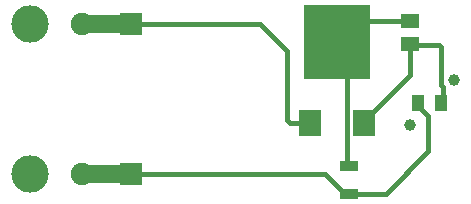
<source format=gtl>
G04*
G04 #@! TF.GenerationSoftware,Altium Limited,Altium Designer,20.0.11 (256)*
G04*
G04 Layer_Physical_Order=1*
G04 Layer_Color=255*
%FSLAX25Y25*%
%MOIN*%
G70*
G01*
G75*
%ADD14R,0.21900X0.24800*%
%ADD15R,0.07300X0.08500*%
%ADD16R,0.05906X0.05118*%
%ADD17R,0.03976X0.05787*%
%ADD18R,0.06102X0.03740*%
%ADD26C,0.01500*%
%ADD27C,0.06000*%
%ADD28C,0.03937*%
%ADD29R,0.07500X0.07500*%
%ADD30C,0.07500*%
%ADD31C,0.12500*%
D14*
X113500Y61475D02*
D03*
D15*
X122500Y34375D02*
D03*
X104500D02*
D03*
D16*
X138000Y68240D02*
D03*
Y60760D02*
D03*
D17*
X148358Y41000D02*
D03*
X140642D02*
D03*
D18*
X117500Y10874D02*
D03*
Y20126D02*
D03*
D26*
X148358Y41000D02*
X149000Y41642D01*
Y46370D01*
X148337Y47033D02*
X149000Y46370D01*
X148337Y47033D02*
Y59621D01*
X138260Y60500D02*
X147458D01*
X148337Y59621D01*
X45000Y67500D02*
X88000D01*
X97000Y35254D02*
Y58500D01*
X88000Y67500D02*
X97000Y58500D01*
X116319Y10874D02*
X117500D01*
X109693Y17500D02*
X116319Y10874D01*
X45000Y17500D02*
X109693D01*
X97879Y34375D02*
X104500D01*
X97000Y35254D02*
X97879Y34375D01*
X117500Y10874D02*
X129874D01*
X140642Y40095D02*
X143997Y36739D01*
Y24997D02*
Y36739D01*
X129874Y10874D02*
X143997Y24997D01*
X140642Y40095D02*
Y41000D01*
X138000Y60760D02*
X138260Y60500D01*
X122500Y34375D02*
Y34975D01*
X138000Y50475D01*
Y60760D01*
X113500Y61475D02*
X117000Y57975D01*
Y20626D02*
X117500Y20126D01*
X117000Y20626D02*
Y57975D01*
X120265Y68240D02*
X138000D01*
X113500Y61475D02*
X120265Y68240D01*
D27*
X28701Y67500D02*
X45000D01*
X28701Y17500D02*
X45000D01*
D28*
X152587Y48587D02*
D03*
X137732Y33726D02*
D03*
D29*
X45000Y17500D02*
D03*
Y67500D02*
D03*
D30*
X28701Y17500D02*
D03*
Y67500D02*
D03*
D31*
X11200Y17500D02*
D03*
Y67500D02*
D03*
M02*

</source>
